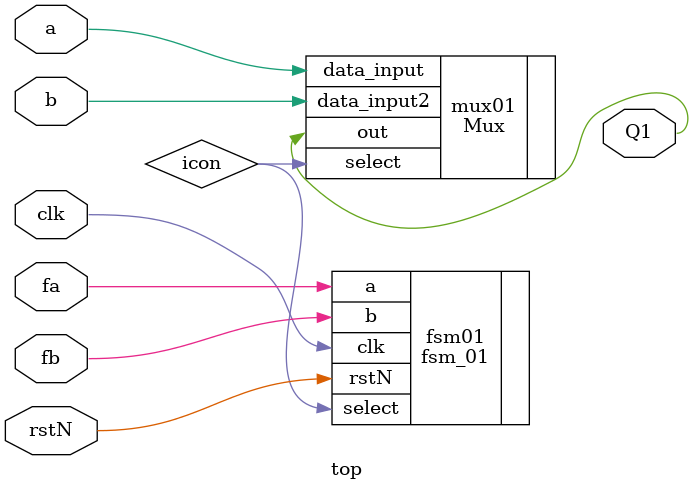
<source format=sv>

module top(
    input logic a,b,fa,fb,clk,rstN, 
    output logic Q1 
);

    logic icon;

    fsm_01 fsm01(
        .clk(clk),
        .rstN(rstN),
        .a(fa),
        .b(fb),
        .select(icon)
    );

    Mux mux01(
        .data_input(a),
        .data_input2(b),
        .select(icon),
        .out(Q1)
    );



endmodule
</source>
